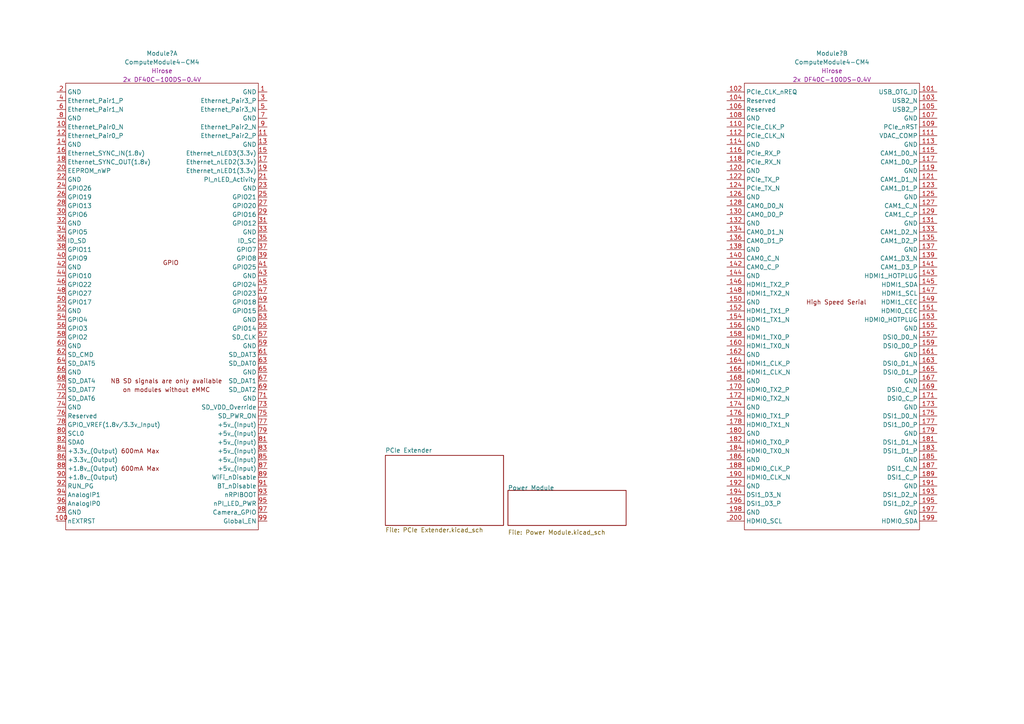
<source format=kicad_sch>
(kicad_sch (version 20211123) (generator eeschema)

  (uuid 9d99fb92-f764-4276-be81-befdf5e1ecf6)

  (paper "A4")

  (lib_symbols
    (symbol "CM4IO:ComputeModule4-CM4" (in_bom yes) (on_board yes)
      (property "Reference" "Module" (id 0) (at 113.03 -68.58 0)
        (effects (font (size 1.27 1.27)))
      )
      (property "Value" "ComputeModule4-CM4" (id 1) (at 140.97 2.54 0)
        (effects (font (size 1.27 1.27)))
      )
      (property "Footprint" "CM4IO:Raspberry-Pi-4-Compute-Module" (id 2) (at 142.24 -26.67 0)
        (effects (font (size 1.27 1.27)) hide)
      )
      (property "Datasheet" "" (id 3) (at 142.24 -26.67 0)
        (effects (font (size 1.27 1.27)) hide)
      )
      (property "Field4" "Hirose" (id 4) (at 0 0 0)
        (effects (font (size 1.27 1.27)))
      )
      (property "Field5" "2x DF40C-100DS-0.4V" (id 5) (at 0 -2.54 0)
        (effects (font (size 1.27 1.27)))
      )
      (symbol "ComputeModule4-CM4_1_0"
        (text "GPIO" (at 0 6.35 0)
          (effects (font (size 1.27 1.27)))
        )
      )
      (symbol "ComputeModule4-CM4_1_1"
        (rectangle (start -30.48 -71.12) (end 25.4 58.42)
          (stroke (width 0) (type default) (color 0 0 0 0))
          (fill (type none))
        )
        (text "600mA Max" (at -8.89 -53.34 0)
          (effects (font (size 1.27 1.27)))
        )
        (text "600mA Max" (at -8.89 -48.26 0)
          (effects (font (size 1.27 1.27)))
        )
        (text "NB SD signals are only available" (at -1.27 -27.94 0)
          (effects (font (size 1.27 1.27)))
        )
        (text "on modules without eMMC" (at -1.27 -30.48 0)
          (effects (font (size 1.27 1.27)))
        )
        (pin power_in line (at 27.94 55.88 180) (length 2.54)
          (name "GND" (effects (font (size 1.27 1.27))))
          (number "1" (effects (font (size 1.27 1.27))))
        )
        (pin passive line (at -33.02 45.72 0) (length 2.54)
          (name "Ethernet_Pair0_N" (effects (font (size 1.27 1.27))))
          (number "10" (effects (font (size 1.27 1.27))))
        )
        (pin output line (at -33.02 -68.58 0) (length 2.54)
          (name "nEXTRST" (effects (font (size 1.27 1.27))))
          (number "100" (effects (font (size 1.27 1.27))))
        )
        (pin passive line (at 27.94 43.18 180) (length 2.54)
          (name "Ethernet_Pair2_P" (effects (font (size 1.27 1.27))))
          (number "11" (effects (font (size 1.27 1.27))))
        )
        (pin passive line (at -33.02 43.18 0) (length 2.54)
          (name "Ethernet_Pair0_P" (effects (font (size 1.27 1.27))))
          (number "12" (effects (font (size 1.27 1.27))))
        )
        (pin power_in line (at 27.94 40.64 180) (length 2.54)
          (name "GND" (effects (font (size 1.27 1.27))))
          (number "13" (effects (font (size 1.27 1.27))))
        )
        (pin power_in line (at -33.02 40.64 0) (length 2.54)
          (name "GND" (effects (font (size 1.27 1.27))))
          (number "14" (effects (font (size 1.27 1.27))))
        )
        (pin output line (at 27.94 38.1 180) (length 2.54)
          (name "Ethernet_nLED3(3.3v)" (effects (font (size 1.27 1.27))))
          (number "15" (effects (font (size 1.27 1.27))))
        )
        (pin input line (at -33.02 38.1 0) (length 2.54)
          (name "Ethernet_SYNC_IN(1.8v)" (effects (font (size 1.27 1.27))))
          (number "16" (effects (font (size 1.27 1.27))))
        )
        (pin output line (at 27.94 35.56 180) (length 2.54)
          (name "Ethernet_nLED2(3.3v)" (effects (font (size 1.27 1.27))))
          (number "17" (effects (font (size 1.27 1.27))))
        )
        (pin input line (at -33.02 35.56 0) (length 2.54)
          (name "Ethernet_SYNC_OUT(1.8v)" (effects (font (size 1.27 1.27))))
          (number "18" (effects (font (size 1.27 1.27))))
        )
        (pin output line (at 27.94 33.02 180) (length 2.54)
          (name "Ethernet_nLED1(3.3v)" (effects (font (size 1.27 1.27))))
          (number "19" (effects (font (size 1.27 1.27))))
        )
        (pin power_in line (at -33.02 55.88 0) (length 2.54)
          (name "GND" (effects (font (size 1.27 1.27))))
          (number "2" (effects (font (size 1.27 1.27))))
        )
        (pin passive line (at -33.02 33.02 0) (length 2.54)
          (name "EEPROM_nWP" (effects (font (size 1.27 1.27))))
          (number "20" (effects (font (size 1.27 1.27))))
        )
        (pin open_collector line (at 27.94 30.48 180) (length 2.54)
          (name "PI_nLED_Activity" (effects (font (size 1.27 1.27))))
          (number "21" (effects (font (size 1.27 1.27))))
        )
        (pin power_in line (at -33.02 30.48 0) (length 2.54)
          (name "GND" (effects (font (size 1.27 1.27))))
          (number "22" (effects (font (size 1.27 1.27))))
        )
        (pin power_in line (at 27.94 27.94 180) (length 2.54)
          (name "GND" (effects (font (size 1.27 1.27))))
          (number "23" (effects (font (size 1.27 1.27))))
        )
        (pin passive line (at -33.02 27.94 0) (length 2.54)
          (name "GPIO26" (effects (font (size 1.27 1.27))))
          (number "24" (effects (font (size 1.27 1.27))))
        )
        (pin passive line (at 27.94 25.4 180) (length 2.54)
          (name "GPIO21" (effects (font (size 1.27 1.27))))
          (number "25" (effects (font (size 1.27 1.27))))
        )
        (pin passive line (at -33.02 25.4 0) (length 2.54)
          (name "GPIO19" (effects (font (size 1.27 1.27))))
          (number "26" (effects (font (size 1.27 1.27))))
        )
        (pin passive line (at 27.94 22.86 180) (length 2.54)
          (name "GPIO20" (effects (font (size 1.27 1.27))))
          (number "27" (effects (font (size 1.27 1.27))))
        )
        (pin passive line (at -33.02 22.86 0) (length 2.54)
          (name "GPIO13" (effects (font (size 1.27 1.27))))
          (number "28" (effects (font (size 1.27 1.27))))
        )
        (pin passive line (at 27.94 20.32 180) (length 2.54)
          (name "GPIO16" (effects (font (size 1.27 1.27))))
          (number "29" (effects (font (size 1.27 1.27))))
        )
        (pin passive line (at 27.94 53.34 180) (length 2.54)
          (name "Ethernet_Pair3_P" (effects (font (size 1.27 1.27))))
          (number "3" (effects (font (size 1.27 1.27))))
        )
        (pin passive line (at -33.02 20.32 0) (length 2.54)
          (name "GPIO6" (effects (font (size 1.27 1.27))))
          (number "30" (effects (font (size 1.27 1.27))))
        )
        (pin passive line (at 27.94 17.78 180) (length 2.54)
          (name "GPIO12" (effects (font (size 1.27 1.27))))
          (number "31" (effects (font (size 1.27 1.27))))
        )
        (pin power_in line (at -33.02 17.78 0) (length 2.54)
          (name "GND" (effects (font (size 1.27 1.27))))
          (number "32" (effects (font (size 1.27 1.27))))
        )
        (pin power_in line (at 27.94 15.24 180) (length 2.54)
          (name "GND" (effects (font (size 1.27 1.27))))
          (number "33" (effects (font (size 1.27 1.27))))
        )
        (pin passive line (at -33.02 15.24 0) (length 2.54)
          (name "GPIO5" (effects (font (size 1.27 1.27))))
          (number "34" (effects (font (size 1.27 1.27))))
        )
        (pin passive line (at 27.94 12.7 180) (length 2.54)
          (name "ID_SC" (effects (font (size 1.27 1.27))))
          (number "35" (effects (font (size 1.27 1.27))))
        )
        (pin passive line (at -33.02 12.7 0) (length 2.54)
          (name "ID_SD" (effects (font (size 1.27 1.27))))
          (number "36" (effects (font (size 1.27 1.27))))
        )
        (pin passive line (at 27.94 10.16 180) (length 2.54)
          (name "GPIO7" (effects (font (size 1.27 1.27))))
          (number "37" (effects (font (size 1.27 1.27))))
        )
        (pin passive line (at -33.02 10.16 0) (length 2.54)
          (name "GPIO11" (effects (font (size 1.27 1.27))))
          (number "38" (effects (font (size 1.27 1.27))))
        )
        (pin passive line (at 27.94 7.62 180) (length 2.54)
          (name "GPIO8" (effects (font (size 1.27 1.27))))
          (number "39" (effects (font (size 1.27 1.27))))
        )
        (pin passive line (at -33.02 53.34 0) (length 2.54)
          (name "Ethernet_Pair1_P" (effects (font (size 1.27 1.27))))
          (number "4" (effects (font (size 1.27 1.27))))
        )
        (pin passive line (at -33.02 7.62 0) (length 2.54)
          (name "GPIO9" (effects (font (size 1.27 1.27))))
          (number "40" (effects (font (size 1.27 1.27))))
        )
        (pin passive line (at 27.94 5.08 180) (length 2.54)
          (name "GPIO25" (effects (font (size 1.27 1.27))))
          (number "41" (effects (font (size 1.27 1.27))))
        )
        (pin power_in line (at -33.02 5.08 0) (length 2.54)
          (name "GND" (effects (font (size 1.27 1.27))))
          (number "42" (effects (font (size 1.27 1.27))))
        )
        (pin power_in line (at 27.94 2.54 180) (length 2.54)
          (name "GND" (effects (font (size 1.27 1.27))))
          (number "43" (effects (font (size 1.27 1.27))))
        )
        (pin passive line (at -33.02 2.54 0) (length 2.54)
          (name "GPIO10" (effects (font (size 1.27 1.27))))
          (number "44" (effects (font (size 1.27 1.27))))
        )
        (pin passive line (at 27.94 0 180) (length 2.54)
          (name "GPIO24" (effects (font (size 1.27 1.27))))
          (number "45" (effects (font (size 1.27 1.27))))
        )
        (pin passive line (at -33.02 0 0) (length 2.54)
          (name "GPIO22" (effects (font (size 1.27 1.27))))
          (number "46" (effects (font (size 1.27 1.27))))
        )
        (pin passive line (at 27.94 -2.54 180) (length 2.54)
          (name "GPIO23" (effects (font (size 1.27 1.27))))
          (number "47" (effects (font (size 1.27 1.27))))
        )
        (pin passive line (at -33.02 -2.54 0) (length 2.54)
          (name "GPIO27" (effects (font (size 1.27 1.27))))
          (number "48" (effects (font (size 1.27 1.27))))
        )
        (pin passive line (at 27.94 -5.08 180) (length 2.54)
          (name "GPIO18" (effects (font (size 1.27 1.27))))
          (number "49" (effects (font (size 1.27 1.27))))
        )
        (pin passive line (at 27.94 50.8 180) (length 2.54)
          (name "Ethernet_Pair3_N" (effects (font (size 1.27 1.27))))
          (number "5" (effects (font (size 1.27 1.27))))
        )
        (pin passive line (at -33.02 -5.08 0) (length 2.54)
          (name "GPIO17" (effects (font (size 1.27 1.27))))
          (number "50" (effects (font (size 1.27 1.27))))
        )
        (pin passive line (at 27.94 -7.62 180) (length 2.54)
          (name "GPIO15" (effects (font (size 1.27 1.27))))
          (number "51" (effects (font (size 1.27 1.27))))
        )
        (pin power_in line (at -33.02 -7.62 0) (length 2.54)
          (name "GND" (effects (font (size 1.27 1.27))))
          (number "52" (effects (font (size 1.27 1.27))))
        )
        (pin power_in line (at 27.94 -10.16 180) (length 2.54)
          (name "GND" (effects (font (size 1.27 1.27))))
          (number "53" (effects (font (size 1.27 1.27))))
        )
        (pin passive line (at -33.02 -10.16 0) (length 2.54)
          (name "GPIO4" (effects (font (size 1.27 1.27))))
          (number "54" (effects (font (size 1.27 1.27))))
        )
        (pin passive line (at 27.94 -12.7 180) (length 2.54)
          (name "GPIO14" (effects (font (size 1.27 1.27))))
          (number "55" (effects (font (size 1.27 1.27))))
        )
        (pin passive line (at -33.02 -12.7 0) (length 2.54)
          (name "GPIO3" (effects (font (size 1.27 1.27))))
          (number "56" (effects (font (size 1.27 1.27))))
        )
        (pin passive line (at 27.94 -15.24 180) (length 2.54)
          (name "SD_CLK" (effects (font (size 1.27 1.27))))
          (number "57" (effects (font (size 1.27 1.27))))
        )
        (pin passive line (at -33.02 -15.24 0) (length 2.54)
          (name "GPIO2" (effects (font (size 1.27 1.27))))
          (number "58" (effects (font (size 1.27 1.27))))
        )
        (pin power_in line (at 27.94 -17.78 180) (length 2.54)
          (name "GND" (effects (font (size 1.27 1.27))))
          (number "59" (effects (font (size 1.27 1.27))))
        )
        (pin passive line (at -33.02 50.8 0) (length 2.54)
          (name "Ethernet_Pair1_N" (effects (font (size 1.27 1.27))))
          (number "6" (effects (font (size 1.27 1.27))))
        )
        (pin power_in line (at -33.02 -17.78 0) (length 2.54)
          (name "GND" (effects (font (size 1.27 1.27))))
          (number "60" (effects (font (size 1.27 1.27))))
        )
        (pin passive line (at 27.94 -20.32 180) (length 2.54)
          (name "SD_DAT3" (effects (font (size 1.27 1.27))))
          (number "61" (effects (font (size 1.27 1.27))))
        )
        (pin passive line (at -33.02 -20.32 0) (length 2.54)
          (name "SD_CMD" (effects (font (size 1.27 1.27))))
          (number "62" (effects (font (size 1.27 1.27))))
        )
        (pin passive line (at 27.94 -22.86 180) (length 2.54)
          (name "SD_DAT0" (effects (font (size 1.27 1.27))))
          (number "63" (effects (font (size 1.27 1.27))))
        )
        (pin passive line (at -33.02 -22.86 0) (length 2.54)
          (name "SD_DAT5" (effects (font (size 1.27 1.27))))
          (number "64" (effects (font (size 1.27 1.27))))
        )
        (pin power_in line (at 27.94 -25.4 180) (length 2.54)
          (name "GND" (effects (font (size 1.27 1.27))))
          (number "65" (effects (font (size 1.27 1.27))))
        )
        (pin power_in line (at -33.02 -25.4 0) (length 2.54)
          (name "GND" (effects (font (size 1.27 1.27))))
          (number "66" (effects (font (size 1.27 1.27))))
        )
        (pin passive line (at 27.94 -27.94 180) (length 2.54)
          (name "SD_DAT1" (effects (font (size 1.27 1.27))))
          (number "67" (effects (font (size 1.27 1.27))))
        )
        (pin passive line (at -33.02 -27.94 0) (length 2.54)
          (name "SD_DAT4" (effects (font (size 1.27 1.27))))
          (number "68" (effects (font (size 1.27 1.27))))
        )
        (pin passive line (at 27.94 -30.48 180) (length 2.54)
          (name "SD_DAT2" (effects (font (size 1.27 1.27))))
          (number "69" (effects (font (size 1.27 1.27))))
        )
        (pin power_in line (at 27.94 48.26 180) (length 2.54)
          (name "GND" (effects (font (size 1.27 1.27))))
          (number "7" (effects (font (size 1.27 1.27))))
        )
        (pin passive line (at -33.02 -30.48 0) (length 2.54)
          (name "SD_DAT7" (effects (font (size 1.27 1.27))))
          (number "70" (effects (font (size 1.27 1.27))))
        )
        (pin power_in line (at 27.94 -33.02 180) (length 2.54)
          (name "GND" (effects (font (size 1.27 1.27))))
          (number "71" (effects (font (size 1.27 1.27))))
        )
        (pin passive line (at -33.02 -33.02 0) (length 2.54)
          (name "SD_DAT6" (effects (font (size 1.27 1.27))))
          (number "72" (effects (font (size 1.27 1.27))))
        )
        (pin input line (at 27.94 -35.56 180) (length 2.54)
          (name "SD_VDD_Override" (effects (font (size 1.27 1.27))))
          (number "73" (effects (font (size 1.27 1.27))))
        )
        (pin power_in line (at -33.02 -35.56 0) (length 2.54)
          (name "GND" (effects (font (size 1.27 1.27))))
          (number "74" (effects (font (size 1.27 1.27))))
        )
        (pin output line (at 27.94 -38.1 180) (length 2.54)
          (name "SD_PWR_ON" (effects (font (size 1.27 1.27))))
          (number "75" (effects (font (size 1.27 1.27))))
        )
        (pin passive line (at -33.02 -38.1 0) (length 2.54)
          (name "Reserved" (effects (font (size 1.27 1.27))))
          (number "76" (effects (font (size 1.27 1.27))))
        )
        (pin power_in line (at 27.94 -40.64 180) (length 2.54)
          (name "+5v_(Input)" (effects (font (size 1.27 1.27))))
          (number "77" (effects (font (size 1.27 1.27))))
        )
        (pin power_in line (at -33.02 -40.64 0) (length 2.54)
          (name "GPIO_VREF(1.8v/3.3v_Input)" (effects (font (size 1.27 1.27))))
          (number "78" (effects (font (size 1.27 1.27))))
        )
        (pin power_in line (at 27.94 -43.18 180) (length 2.54)
          (name "+5v_(Input)" (effects (font (size 1.27 1.27))))
          (number "79" (effects (font (size 1.27 1.27))))
        )
        (pin power_in line (at -33.02 48.26 0) (length 2.54)
          (name "GND" (effects (font (size 1.27 1.27))))
          (number "8" (effects (font (size 1.27 1.27))))
        )
        (pin passive line (at -33.02 -43.18 0) (length 2.54)
          (name "SCL0" (effects (font (size 1.27 1.27))))
          (number "80" (effects (font (size 1.27 1.27))))
        )
        (pin power_in line (at 27.94 -45.72 180) (length 2.54)
          (name "+5v_(Input)" (effects (font (size 1.27 1.27))))
          (number "81" (effects (font (size 1.27 1.27))))
        )
        (pin passive line (at -33.02 -45.72 0) (length 2.54)
          (name "SDA0" (effects (font (size 1.27 1.27))))
          (number "82" (effects (font (size 1.27 1.27))))
        )
        (pin power_in line (at 27.94 -48.26 180) (length 2.54)
          (name "+5v_(Input)" (effects (font (size 1.27 1.27))))
          (number "83" (effects (font (size 1.27 1.27))))
        )
        (pin power_out line (at -33.02 -48.26 0) (length 2.54)
          (name "+3.3v_(Output)" (effects (font (size 1.27 1.27))))
          (number "84" (effects (font (size 1.27 1.27))))
        )
        (pin power_in line (at 27.94 -50.8 180) (length 2.54)
          (name "+5v_(Input)" (effects (font (size 1.27 1.27))))
          (number "85" (effects (font (size 1.27 1.27))))
        )
        (pin power_out line (at -33.02 -50.8 0) (length 2.54)
          (name "+3.3v_(Output)" (effects (font (size 1.27 1.27))))
          (number "86" (effects (font (size 1.27 1.27))))
        )
        (pin power_in line (at 27.94 -53.34 180) (length 2.54)
          (name "+5v_(Input)" (effects (font (size 1.27 1.27))))
          (number "87" (effects (font (size 1.27 1.27))))
        )
        (pin power_out line (at -33.02 -53.34 0) (length 2.54)
          (name "+1.8v_(Output)" (effects (font (size 1.27 1.27))))
          (number "88" (effects (font (size 1.27 1.27))))
        )
        (pin power_in line (at 27.94 -55.88 180) (length 2.54)
          (name "WiFi_nDisable" (effects (font (size 1.27 1.27))))
          (number "89" (effects (font (size 1.27 1.27))))
        )
        (pin passive line (at 27.94 45.72 180) (length 2.54)
          (name "Ethernet_Pair2_N" (effects (font (size 1.27 1.27))))
          (number "9" (effects (font (size 1.27 1.27))))
        )
        (pin power_out line (at -33.02 -55.88 0) (length 2.54)
          (name "+1.8v_(Output)" (effects (font (size 1.27 1.27))))
          (number "90" (effects (font (size 1.27 1.27))))
        )
        (pin power_in line (at 27.94 -58.42 180) (length 2.54)
          (name "BT_nDisable" (effects (font (size 1.27 1.27))))
          (number "91" (effects (font (size 1.27 1.27))))
        )
        (pin passive line (at -33.02 -58.42 0) (length 2.54)
          (name "RUN_PG" (effects (font (size 1.27 1.27))))
          (number "92" (effects (font (size 1.27 1.27))))
        )
        (pin input line (at 27.94 -60.96 180) (length 2.54)
          (name "nRPIBOOT" (effects (font (size 1.27 1.27))))
          (number "93" (effects (font (size 1.27 1.27))))
        )
        (pin passive line (at -33.02 -60.96 0) (length 2.54)
          (name "AnalogIP1" (effects (font (size 1.27 1.27))))
          (number "94" (effects (font (size 1.27 1.27))))
        )
        (pin output line (at 27.94 -63.5 180) (length 2.54)
          (name "nPI_LED_PWR" (effects (font (size 1.27 1.27))))
          (number "95" (effects (font (size 1.27 1.27))))
        )
        (pin passive line (at -33.02 -63.5 0) (length 2.54)
          (name "AnalogIP0" (effects (font (size 1.27 1.27))))
          (number "96" (effects (font (size 1.27 1.27))))
        )
        (pin passive line (at 27.94 -66.04 180) (length 2.54)
          (name "Camera_GPIO" (effects (font (size 1.27 1.27))))
          (number "97" (effects (font (size 1.27 1.27))))
        )
        (pin power_in line (at -33.02 -66.04 0) (length 2.54)
          (name "GND" (effects (font (size 1.27 1.27))))
          (number "98" (effects (font (size 1.27 1.27))))
        )
        (pin input line (at 27.94 -68.58 180) (length 2.54)
          (name "Global_EN" (effects (font (size 1.27 1.27))))
          (number "99" (effects (font (size 1.27 1.27))))
        )
      )
      (symbol "ComputeModule4-CM4_2_1"
        (rectangle (start 114.3 -66.04) (end 165.1 63.5)
          (stroke (width 0) (type default) (color 0 0 0 0))
          (fill (type none))
        )
        (text "High Speed Serial" (at 140.97 0 0)
          (effects (font (size 1.27 1.27)))
        )
        (pin input line (at 170.18 60.96 180) (length 5.08)
          (name "USB_OTG_ID" (effects (font (size 1.27 1.27))))
          (number "101" (effects (font (size 1.27 1.27))))
        )
        (pin input line (at 109.22 60.96 0) (length 5.08)
          (name "PCIe_CLK_nREQ" (effects (font (size 1.27 1.27))))
          (number "102" (effects (font (size 1.27 1.27))))
        )
        (pin passive line (at 170.18 58.42 180) (length 5.08)
          (name "USB2_N" (effects (font (size 1.27 1.27))))
          (number "103" (effects (font (size 1.27 1.27))))
        )
        (pin passive line (at 109.22 58.42 0) (length 5.08)
          (name "Reserved" (effects (font (size 1.27 1.27))))
          (number "104" (effects (font (size 1.27 1.27))))
        )
        (pin passive line (at 170.18 55.88 180) (length 5.08)
          (name "USB2_P" (effects (font (size 1.27 1.27))))
          (number "105" (effects (font (size 1.27 1.27))))
        )
        (pin passive line (at 109.22 55.88 0) (length 5.08)
          (name "Reserved" (effects (font (size 1.27 1.27))))
          (number "106" (effects (font (size 1.27 1.27))))
        )
        (pin power_in line (at 170.18 53.34 180) (length 5.08)
          (name "GND" (effects (font (size 1.27 1.27))))
          (number "107" (effects (font (size 1.27 1.27))))
        )
        (pin power_in line (at 109.22 53.34 0) (length 5.08)
          (name "GND" (effects (font (size 1.27 1.27))))
          (number "108" (effects (font (size 1.27 1.27))))
        )
        (pin bidirectional line (at 170.18 50.8 180) (length 5.08)
          (name "PCIe_nRST" (effects (font (size 1.27 1.27))))
          (number "109" (effects (font (size 1.27 1.27))))
        )
        (pin output line (at 109.22 50.8 0) (length 5.08)
          (name "PCIe_CLK_P" (effects (font (size 1.27 1.27))))
          (number "110" (effects (font (size 1.27 1.27))))
        )
        (pin passive line (at 170.18 48.26 180) (length 5.08)
          (name "VDAC_COMP" (effects (font (size 1.27 1.27))))
          (number "111" (effects (font (size 1.27 1.27))))
        )
        (pin output line (at 109.22 48.26 0) (length 5.08)
          (name "PCIe_CLK_N" (effects (font (size 1.27 1.27))))
          (number "112" (effects (font (size 1.27 1.27))))
        )
        (pin power_in line (at 170.18 45.72 180) (length 5.08)
          (name "GND" (effects (font (size 1.27 1.27))))
          (number "113" (effects (font (size 1.27 1.27))))
        )
        (pin power_in line (at 109.22 45.72 0) (length 5.08)
          (name "GND" (effects (font (size 1.27 1.27))))
          (number "114" (effects (font (size 1.27 1.27))))
        )
        (pin input line (at 170.18 43.18 180) (length 5.08)
          (name "CAM1_D0_N" (effects (font (size 1.27 1.27))))
          (number "115" (effects (font (size 1.27 1.27))))
        )
        (pin input line (at 109.22 43.18 0) (length 5.08)
          (name "PCIe_RX_P" (effects (font (size 1.27 1.27))))
          (number "116" (effects (font (size 1.27 1.27))))
        )
        (pin input line (at 170.18 40.64 180) (length 5.08)
          (name "CAM1_D0_P" (effects (font (size 1.27 1.27))))
          (number "117" (effects (font (size 1.27 1.27))))
        )
        (pin input line (at 109.22 40.64 0) (length 5.08)
          (name "PCIe_RX_N" (effects (font (size 1.27 1.27))))
          (number "118" (effects (font (size 1.27 1.27))))
        )
        (pin power_in line (at 170.18 38.1 180) (length 5.08)
          (name "GND" (effects (font (size 1.27 1.27))))
          (number "119" (effects (font (size 1.27 1.27))))
        )
        (pin power_in line (at 109.22 38.1 0) (length 5.08)
          (name "GND" (effects (font (size 1.27 1.27))))
          (number "120" (effects (font (size 1.27 1.27))))
        )
        (pin input line (at 170.18 35.56 180) (length 5.08)
          (name "CAM1_D1_N" (effects (font (size 1.27 1.27))))
          (number "121" (effects (font (size 1.27 1.27))))
        )
        (pin output line (at 109.22 35.56 0) (length 5.08)
          (name "PCIe_TX_P" (effects (font (size 1.27 1.27))))
          (number "122" (effects (font (size 1.27 1.27))))
        )
        (pin input line (at 170.18 33.02 180) (length 5.08)
          (name "CAM1_D1_P" (effects (font (size 1.27 1.27))))
          (number "123" (effects (font (size 1.27 1.27))))
        )
        (pin output line (at 109.22 33.02 0) (length 5.08)
          (name "PCIe_TX_N" (effects (font (size 1.27 1.27))))
          (number "124" (effects (font (size 1.27 1.27))))
        )
        (pin power_in line (at 170.18 30.48 180) (length 5.08)
          (name "GND" (effects (font (size 1.27 1.27))))
          (number "125" (effects (font (size 1.27 1.27))))
        )
        (pin power_in line (at 109.22 30.48 0) (length 5.08)
          (name "GND" (effects (font (size 1.27 1.27))))
          (number "126" (effects (font (size 1.27 1.27))))
        )
        (pin input line (at 170.18 27.94 180) (length 5.08)
          (name "CAM1_C_N" (effects (font (size 1.27 1.27))))
          (number "127" (effects (font (size 1.27 1.27))))
        )
        (pin input line (at 109.22 27.94 0) (length 5.08)
          (name "CAM0_D0_N" (effects (font (size 1.27 1.27))))
          (number "128" (effects (font (size 1.27 1.27))))
        )
        (pin input line (at 170.18 25.4 180) (length 5.08)
          (name "CAM1_C_P" (effects (font (size 1.27 1.27))))
          (number "129" (effects (font (size 1.27 1.27))))
        )
        (pin input line (at 109.22 25.4 0) (length 5.08)
          (name "CAM0_D0_P" (effects (font (size 1.27 1.27))))
          (number "130" (effects (font (size 1.27 1.27))))
        )
        (pin power_in line (at 170.18 22.86 180) (length 5.08)
          (name "GND" (effects (font (size 1.27 1.27))))
          (number "131" (effects (font (size 1.27 1.27))))
        )
        (pin power_in line (at 109.22 22.86 0) (length 5.08)
          (name "GND" (effects (font (size 1.27 1.27))))
          (number "132" (effects (font (size 1.27 1.27))))
        )
        (pin input line (at 170.18 20.32 180) (length 5.08)
          (name "CAM1_D2_N" (effects (font (size 1.27 1.27))))
          (number "133" (effects (font (size 1.27 1.27))))
        )
        (pin input line (at 109.22 20.32 0) (length 5.08)
          (name "CAM0_D1_N" (effects (font (size 1.27 1.27))))
          (number "134" (effects (font (size 1.27 1.27))))
        )
        (pin input line (at 170.18 17.78 180) (length 5.08)
          (name "CAM1_D2_P" (effects (font (size 1.27 1.27))))
          (number "135" (effects (font (size 1.27 1.27))))
        )
        (pin input line (at 109.22 17.78 0) (length 5.08)
          (name "CAM0_D1_P" (effects (font (size 1.27 1.27))))
          (number "136" (effects (font (size 1.27 1.27))))
        )
        (pin power_in line (at 170.18 15.24 180) (length 5.08)
          (name "GND" (effects (font (size 1.27 1.27))))
          (number "137" (effects (font (size 1.27 1.27))))
        )
        (pin power_in line (at 109.22 15.24 0) (length 5.08)
          (name "GND" (effects (font (size 1.27 1.27))))
          (number "138" (effects (font (size 1.27 1.27))))
        )
        (pin input line (at 170.18 12.7 180) (length 5.08)
          (name "CAM1_D3_N" (effects (font (size 1.27 1.27))))
          (number "139" (effects (font (size 1.27 1.27))))
        )
        (pin input line (at 109.22 12.7 0) (length 5.08)
          (name "CAM0_C_N" (effects (font (size 1.27 1.27))))
          (number "140" (effects (font (size 1.27 1.27))))
        )
        (pin input line (at 170.18 10.16 180) (length 5.08)
          (name "CAM1_D3_P" (effects (font (size 1.27 1.27))))
          (number "141" (effects (font (size 1.27 1.27))))
        )
        (pin input line (at 109.22 10.16 0) (length 5.08)
          (name "CAM0_C_P" (effects (font (size 1.27 1.27))))
          (number "142" (effects (font (size 1.27 1.27))))
        )
        (pin input line (at 170.18 7.62 180) (length 5.08)
          (name "HDMI1_HOTPLUG" (effects (font (size 1.27 1.27))))
          (number "143" (effects (font (size 1.27 1.27))))
        )
        (pin power_in line (at 109.22 7.62 0) (length 5.08)
          (name "GND" (effects (font (size 1.27 1.27))))
          (number "144" (effects (font (size 1.27 1.27))))
        )
        (pin bidirectional line (at 170.18 5.08 180) (length 5.08)
          (name "HDMI1_SDA" (effects (font (size 1.27 1.27))))
          (number "145" (effects (font (size 1.27 1.27))))
        )
        (pin output line (at 109.22 5.08 0) (length 5.08)
          (name "HDMI1_TX2_P" (effects (font (size 1.27 1.27))))
          (number "146" (effects (font (size 1.27 1.27))))
        )
        (pin open_collector line (at 170.18 2.54 180) (length 5.08)
          (name "HDMI1_SCL" (effects (font (size 1.27 1.27))))
          (number "147" (effects (font (size 1.27 1.27))))
        )
        (pin output line (at 109.22 2.54 0) (length 5.08)
          (name "HDMI1_TX2_N" (effects (font (size 1.27 1.27))))
          (number "148" (effects (font (size 1.27 1.27))))
        )
        (pin open_collector line (at 170.18 0 180) (length 5.08)
          (name "HDMI1_CEC" (effects (font (size 1.27 1.27))))
          (number "149" (effects (font (size 1.27 1.27))))
        )
        (pin power_in line (at 109.22 0 0) (length 5.08)
          (name "GND" (effects (font (size 1.27 1.27))))
          (number "150" (effects (font (size 1.27 1.27))))
        )
        (pin open_collector line (at 170.18 -2.54 180) (length 5.08)
          (name "HDMI0_CEC" (effects (font (size 1.27 1.27))))
          (number "151" (effects (font (size 1.27 1.27))))
        )
        (pin output line (at 109.22 -2.54 0) (length 5.08)
          (name "HDMI1_TX1_P" (effects (font (size 1.27 1.27))))
          (number "152" (effects (font (size 1.27 1.27))))
        )
        (pin input line (at 170.18 -5.08 180) (length 5.08)
          (name "HDMI0_HOTPLUG" (effects (font (size 1.27 1.27))))
          (number "153" (effects (font (size 1.27 1.27))))
        )
        (pin output line (at 109.22 -5.08 0) (length 5.08)
          (name "HDMI1_TX1_N" (effects (font (size 1.27 1.27))))
          (number "154" (effects (font (size 1.27 1.27))))
        )
        (pin power_in line (at 170.18 -7.62 180) (length 5.08)
          (name "GND" (effects (font (size 1.27 1.27))))
          (number "155" (effects (font (size 1.27 1.27))))
        )
        (pin power_in line (at 109.22 -7.62 0) (length 5.08)
          (name "GND" (effects (font (size 1.27 1.27))))
          (number "156" (effects (font (size 1.27 1.27))))
        )
        (pin output line (at 170.18 -10.16 180) (length 5.08)
          (name "DSI0_D0_N" (effects (font (size 1.27 1.27))))
          (number "157" (effects (font (size 1.27 1.27))))
        )
        (pin output line (at 109.22 -10.16 0) (length 5.08)
          (name "HDMI1_TX0_P" (effects (font (size 1.27 1.27))))
          (number "158" (effects (font (size 1.27 1.27))))
        )
        (pin output line (at 170.18 -12.7 180) (length 5.08)
          (name "DSI0_D0_P" (effects (font (size 1.27 1.27))))
          (number "159" (effects (font (size 1.27 1.27))))
        )
        (pin output line (at 109.22 -12.7 0) (length 5.08)
          (name "HDMI1_TX0_N" (effects (font (size 1.27 1.27))))
          (number "160" (effects (font (size 1.27 1.27))))
        )
        (pin power_in line (at 170.18 -15.24 180) (length 5.08)
          (name "GND" (effects (font (size 1.27 1.27))))
          (number "161" (effects (font (size 1.27 1.27))))
        )
        (pin power_in line (at 109.22 -15.24 0) (length 5.08)
          (name "GND" (effects (font (size 1.27 1.27))))
          (number "162" (effects (font (size 1.27 1.27))))
        )
        (pin output line (at 170.18 -17.78 180) (length 5.08)
          (name "DSI0_D1_N" (effects (font (size 1.27 1.27))))
          (number "163" (effects (font (size 1.27 1.27))))
        )
        (pin output line (at 109.22 -17.78 0) (length 5.08)
          (name "HDMI1_CLK_P" (effects (font (size 1.27 1.27))))
          (number "164" (effects (font (size 1.27 1.27))))
        )
        (pin output line (at 170.18 -20.32 180) (length 5.08)
          (name "DSI0_D1_P" (effects (font (size 1.27 1.27))))
          (number "165" (effects (font (size 1.27 1.27))))
        )
        (pin output line (at 109.22 -20.32 0) (length 5.08)
          (name "HDMI1_CLK_N" (effects (font (size 1.27 1.27))))
          (number "166" (effects (font (size 1.27 1.27))))
        )
        (pin power_in line (at 170.18 -22.86 180) (length 5.08)
          (name "GND" (effects (font (size 1.27 1.27))))
          (number "167" (effects (font (size 1.27 1.27))))
        )
        (pin power_in line (at 109.22 -22.86 0) (length 5.08)
          (name "GND" (effects (font (size 1.27 1.27))))
          (number "168" (effects (font (size 1.27 1.27))))
        )
        (pin output line (at 170.18 -25.4 180) (length 5.08)
          (name "DSI0_C_N" (effects (font (size 1.27 1.27))))
          (number "169" (effects (font (size 1.27 1.27))))
        )
        (pin output line (at 109.22 -25.4 0) (length 5.08)
          (name "HDMI0_TX2_P" (effects (font (size 1.27 1.27))))
          (number "170" (effects (font (size 1.27 1.27))))
        )
        (pin output line (at 170.18 -27.94 180) (length 5.08)
          (name "DSI0_C_P" (effects (font (size 1.27 1.27))))
          (number "171" (effects (font (size 1.27 1.27))))
        )
        (pin output line (at 109.22 -27.94 0) (length 5.08)
          (name "HDMI0_TX2_N" (effects (font (size 1.27 1.27))))
          (number "172" (effects (font (size 1.27 1.27))))
        )
        (pin power_in line (at 170.18 -30.48 180) (length 5.08)
          (name "GND" (effects (font (size 1.27 1.27))))
          (number "173" (effects (font (size 1.27 1.27))))
        )
        (pin power_in line (at 109.22 -30.48 0) (length 5.08)
          (name "GND" (effects (font (size 1.27 1.27))))
          (number "174" (effects (font (size 1.27 1.27))))
        )
        (pin output line (at 170.18 -33.02 180) (length 5.08)
          (name "DSI1_D0_N" (effects (font (size 1.27 1.27))))
          (number "175" (effects (font (size 1.27 1.27))))
        )
        (pin output line (at 109.22 -33.02 0) (length 5.08)
          (name "HDMI0_TX1_P" (effects (font (size 1.27 1.27))))
          (number "176" (effects (font (size 1.27 1.27))))
        )
        (pin output line (at 170.18 -35.56 180) (length 5.08)
          (name "DSI1_D0_P" (effects (font (size 1.27 1.27))))
          (number "177" (effects (font (size 1.27 1.27))))
        )
        (pin output line (at 109.22 -35.56 0) (length 5.08)
          (name "HDMI0_TX1_N" (effects (font (size 1.27 1.27))))
          (number "178" (effects (font (size 1.27 1.27))))
        )
        (pin power_in line (at 170.18 -38.1 180) (length 5.08)
          (name "GND" (effects (font (size 1.27 1.27))))
          (number "179" (effects (font (size 1.27 1.27))))
        )
        (pin power_in line (at 109.22 -38.1 0) (length 5.08)
          (name "GND" (effects (font (size 1.27 1.27))))
          (number "180" (effects (font (size 1.27 1.27))))
        )
        (pin output line (at 170.18 -40.64 180) (length 5.08)
          (name "DSI1_D1_N" (effects (font (size 1.27 1.27))))
          (number "181" (effects (font (size 1.27 1.27))))
        )
        (pin output line (at 109.22 -40.64 0) (length 5.08)
          (name "HDMI0_TX0_P" (effects (font (size 1.27 1.27))))
          (number "182" (effects (font (size 1.27 1.27))))
        )
        (pin output line (at 170.18 -43.18 180) (length 5.08)
          (name "DSI1_D1_P" (effects (font (size 1.27 1.27))))
          (number "183" (effects (font (size 1.27 1.27))))
        )
        (pin output line (at 109.22 -43.18 0) (length 5.08)
          (name "HDMI0_TX0_N" (effects (font (size 1.27 1.27))))
          (number "184" (effects (font (size 1.27 1.27))))
        )
        (pin power_in line (at 170.18 -45.72 180) (length 5.08)
          (name "GND" (effects (font (size 1.27 1.27))))
          (number "185" (effects (font (size 1.27 1.27))))
        )
        (pin power_in line (at 109.22 -45.72 0) (length 5.08)
          (name "GND" (effects (font (size 1.27 1.27))))
          (number "186" (effects (font (size 1.27 1.27))))
        )
        (pin output line (at 170.18 -48.26 180) (length 5.08)
          (name "DSI1_C_N" (effects (font (size 1.27 1.27))))
          (number "187" (effects (font (size 1.27 1.27))))
        )
        (pin output line (at 109.22 -48.26 0) (length 5.08)
          (name "HDMI0_CLK_P" (effects (font (size 1.27 1.27))))
          (number "188" (effects (font (size 1.27 1.27))))
        )
        (pin output line (at 170.18 -50.8 180) (length 5.08)
          (name "DSI1_C_P" (effects (font (size 1.27 1.27))))
          (number "189" (effects (font (size 1.27 1.27))))
        )
        (pin output line (at 109.22 -50.8 0) (length 5.08)
          (name "HDMI0_CLK_N" (effects (font (size 1.27 1.27))))
          (number "190" (effects (font (size 1.27 1.27))))
        )
        (pin power_in line (at 170.18 -53.34 180) (length 5.08)
          (name "GND" (effects (font (size 1.27 1.27))))
          (number "191" (effects (font (size 1.27 1.27))))
        )
        (pin power_in line (at 109.22 -53.34 0) (length 5.08)
          (name "GND" (effects (font (size 1.27 1.27))))
          (number "192" (effects (font (size 1.27 1.27))))
        )
        (pin output line (at 170.18 -55.88 180) (length 5.08)
          (name "DSI1_D2_N" (effects (font (size 1.27 1.27))))
          (number "193" (effects (font (size 1.27 1.27))))
        )
        (pin output line (at 109.22 -55.88 0) (length 5.08)
          (name "DSI1_D3_N" (effects (font (size 1.27 1.27))))
          (number "194" (effects (font (size 1.27 1.27))))
        )
        (pin output line (at 170.18 -58.42 180) (length 5.08)
          (name "DSI1_D2_P" (effects (font (size 1.27 1.27))))
          (number "195" (effects (font (size 1.27 1.27))))
        )
        (pin output line (at 109.22 -58.42 0) (length 5.08)
          (name "DSI1_D3_P" (effects (font (size 1.27 1.27))))
          (number "196" (effects (font (size 1.27 1.27))))
        )
        (pin power_in line (at 170.18 -60.96 180) (length 5.08)
          (name "GND" (effects (font (size 1.27 1.27))))
          (number "197" (effects (font (size 1.27 1.27))))
        )
        (pin power_in line (at 109.22 -60.96 0) (length 5.08)
          (name "GND" (effects (font (size 1.27 1.27))))
          (number "198" (effects (font (size 1.27 1.27))))
        )
        (pin bidirectional line (at 170.18 -63.5 180) (length 5.08)
          (name "HDMI0_SDA" (effects (font (size 1.27 1.27))))
          (number "199" (effects (font (size 1.27 1.27))))
        )
        (pin open_collector line (at 109.22 -63.5 0) (length 5.08)
          (name "HDMI0_SCL" (effects (font (size 1.27 1.27))))
          (number "200" (effects (font (size 1.27 1.27))))
        )
      )
    )
  )


  (symbol (lib_id "CM4IO:ComputeModule4-CM4") (at 101.6 87.63 0) (unit 2)
    (in_bom yes) (on_board yes) (fields_autoplaced)
    (uuid 4a616548-61d9-4c57-b6b1-5dce68151231)
    (property "Reference" "Module?" (id 0) (at 241.3 15.4834 0))
    (property "Value" "ComputeModule4-CM4" (id 1) (at 241.3 18.0203 0))
    (property "Footprint" "CM4IO:Raspberry-Pi-4-Compute-Module" (id 2) (at 243.84 114.3 0)
      (effects (font (size 1.27 1.27)) hide)
    )
    (property "Datasheet" "" (id 3) (at 243.84 114.3 0)
      (effects (font (size 1.27 1.27)) hide)
    )
    (property "Field4" "Hirose" (id 4) (at 241.3 20.5572 0))
    (property "Field5" "2x DF40C-100DS-0.4V" (id 5) (at 241.3 23.0941 0))
    (pin "1" (uuid a6419dbe-4bf9-4fd8-adb7-f5f7ce4a215d))
    (pin "10" (uuid 64c450dc-eb93-45b2-bf4f-6f5e8b725484))
    (pin "100" (uuid 512cd82d-6dad-424b-9be7-2be105b5a924))
    (pin "11" (uuid a1bf99e3-eb69-4ad4-a34c-4a1af77c2083))
    (pin "12" (uuid d26a3110-4b83-4e0a-9c2f-f6d0d80211c8))
    (pin "13" (uuid f8750c4a-9772-4722-b6bf-d12fa95a379a))
    (pin "14" (uuid 0a07c95a-8e5f-4246-9259-8158945da692))
    (pin "15" (uuid 2da31cc6-f730-492e-84bf-45dd88aaf476))
    (pin "16" (uuid 29b7ee76-ab13-49ab-aef9-0cf9b79bc960))
    (pin "17" (uuid ac842f1b-dd23-4683-9d76-758ad7f52ddd))
    (pin "18" (uuid e54c53dd-2796-4a6c-9090-a013fccc8e22))
    (pin "19" (uuid e114955d-2dcc-4036-81ba-9f74f1ec5050))
    (pin "2" (uuid 8969050f-621d-4abd-8c49-bc8c17b81ff6))
    (pin "20" (uuid dbfaa900-fa91-4156-bd30-cd9f7754e92c))
    (pin "21" (uuid 43dde979-7f51-4a4f-a23b-4ce4b606b90f))
    (pin "22" (uuid 4e674ec5-e11d-4c89-b5bb-f9ba110f7cb6))
    (pin "23" (uuid ee9b7d73-acee-4cfe-bf9f-4703b664a1a5))
    (pin "24" (uuid e25ab69b-0a7d-4809-b76c-ca0dc9d545fa))
    (pin "25" (uuid 02ab6a73-9c0f-496b-9a4b-24862eb2af91))
    (pin "26" (uuid 50267068-6eec-4756-a965-3ed18388f1b5))
    (pin "27" (uuid 59113495-7a5b-4602-8c31-2f37417d687b))
    (pin "28" (uuid 40e85ac4-90e0-4587-8ebd-e0beeaf6a3e9))
    (pin "29" (uuid d540935e-4d3c-4625-8f33-265bb7ee1c3b))
    (pin "3" (uuid 3fb2f4b5-4983-4cf2-a85a-71f3e0b3ae3d))
    (pin "30" (uuid 0bad8f85-c903-47bf-b3dc-59e0cb6ece4c))
    (pin "31" (uuid b503581f-434b-427c-8527-ba49f0ef079e))
    (pin "32" (uuid 551c5e3a-e2ee-427e-b2cd-e017504c7445))
    (pin "33" (uuid 9d55f9e9-c0b9-417e-b302-a895d98609f8))
    (pin "34" (uuid 9c0652db-c1f4-4ec3-acb9-f8df695c928c))
    (pin "35" (uuid 330ccb38-1f17-4492-8e0e-eabc6b5643fc))
    (pin "36" (uuid 21afb736-9256-40fb-9f08-fc352210c680))
    (pin "37" (uuid 243a1867-fe82-4adb-bbdf-aa1998d0faae))
    (pin "38" (uuid 3f82324e-4f7f-40b0-85b9-9f2e0b95629e))
    (pin "39" (uuid 6a407070-e459-48ca-9ad5-0c25a0e135b8))
    (pin "4" (uuid e6a47ba6-220a-41c0-8fe8-f973e64e4ae2))
    (pin "40" (uuid 093898db-0d59-4d23-b8f8-55b3640733e8))
    (pin "41" (uuid 81b169d9-0ce5-4e18-ad41-c524680ed7d3))
    (pin "42" (uuid 1adf1e96-d69d-495d-b0dc-28c87d1832ae))
    (pin "43" (uuid fc105408-2cda-4718-baa0-4e5cb06694d7))
    (pin "44" (uuid 3083f4e9-d907-49b5-8190-e1e7aa43a6d3))
    (pin "45" (uuid 9569be42-0bb7-4ed2-bb65-d9a4357a640e))
    (pin "46" (uuid 7f2dd28d-81ef-4cd5-bf37-88747c8d89c2))
    (pin "47" (uuid cefe2c23-bd70-4f30-b4d3-36cbc35f9542))
    (pin "48" (uuid 0365fec7-aed0-4d1f-80bb-bd77e493614a))
    (pin "49" (uuid 2e62fa54-598f-485d-92fb-8fed3f0a3315))
    (pin "5" (uuid 3c448806-a106-49f0-bc94-e0eae7022208))
    (pin "50" (uuid a6f0f3cf-f339-49f8-9c25-d803ebb1cb01))
    (pin "51" (uuid 3b18b9d4-8723-4512-8d64-0de521fa0ae6))
    (pin "52" (uuid 7009ceec-d79b-495d-95a2-8df389206421))
    (pin "53" (uuid b3669a89-08a1-4ee9-b79c-6d215e7f3b18))
    (pin "54" (uuid c48adfd4-4541-4595-a231-82daed3ebef3))
    (pin "55" (uuid 6432b7ae-05b9-4bbf-9e4d-530b8e6e45f4))
    (pin "56" (uuid 43a04876-2cb6-4a07-a87e-be5f5b2a5fde))
    (pin "57" (uuid 2609509f-e603-41a6-aecd-2658af471172))
    (pin "58" (uuid d717b112-3347-4281-85d7-6f4498bc03c1))
    (pin "59" (uuid fd818c06-c8a9-42af-a017-46ca0e3c4c04))
    (pin "6" (uuid 27330ded-98e7-4b13-9acf-6ef6830e6bbb))
    (pin "60" (uuid 0ee1058d-d6bc-43c3-aa4f-dc3b23fea16d))
    (pin "61" (uuid d5347080-e5c4-45c8-a9e7-56dcfd6221b9))
    (pin "62" (uuid 78e39430-e7f7-4367-9adc-8471620c179a))
    (pin "63" (uuid e3b9a03d-b885-4a7b-a550-bfb8b1683700))
    (pin "64" (uuid a77432b4-abdb-48fc-a4ec-3aeb76f42f24))
    (pin "65" (uuid 20c97a38-a16d-45e9-908c-924ba93402a9))
    (pin "66" (uuid 81ba8178-356e-4a81-bafe-543b3d0026fb))
    (pin "67" (uuid b4f062e8-7c7c-40c2-a6ad-5c6efe84e6c4))
    (pin "68" (uuid 8288651d-adc5-4a29-8967-ee6742f9b6eb))
    (pin "69" (uuid 55e3687e-2c65-486c-9c8f-0a7311728048))
    (pin "7" (uuid 51e7b6d5-9b71-483f-801d-9958cf095f33))
    (pin "70" (uuid f7efcedb-0ab5-482c-8ad4-6403e80f8ddc))
    (pin "71" (uuid 192c1d2e-8399-4582-a7ed-f2b1605a968f))
    (pin "72" (uuid 8e62fc4d-3461-411f-9ae0-12b2bb1c6510))
    (pin "73" (uuid 84eaa9b4-7f0a-44dc-a14f-3efc881794f3))
    (pin "74" (uuid c6d17ffe-4913-435f-b15c-20845caeb94a))
    (pin "75" (uuid c4d697a3-0f62-4b2e-9769-8bf67edd7b75))
    (pin "76" (uuid ba81e043-0d28-4057-9d2c-057ce6ec3b37))
    (pin "77" (uuid ef390c8b-da14-4dd6-a29f-6f7c5a6cc4de))
    (pin "78" (uuid 108b70f0-2a2e-48e0-87d7-b33bb337ab3d))
    (pin "79" (uuid b8f92bb1-e68e-4947-be70-d29e905c5b74))
    (pin "8" (uuid ee882f04-24e7-498c-afa4-ee0c9e71a1e6))
    (pin "80" (uuid cdaf18eb-0dd6-4d40-9cda-15ef4582a343))
    (pin "81" (uuid 0cf762cc-6530-40fc-a8e4-f102f10dacc3))
    (pin "82" (uuid ab1793a3-d3b3-4895-bd85-44e7d40ac2e1))
    (pin "83" (uuid a16472ab-c94b-4c9c-8ae3-f1e803e6cd51))
    (pin "84" (uuid afc6a9e9-5684-43cc-9225-2b5603696021))
    (pin "85" (uuid 7431704b-747c-470a-b8c2-38739077af64))
    (pin "86" (uuid 350caa55-19af-4597-a965-67d49d0f3bc7))
    (pin "87" (uuid 1286f7e7-2d02-4e8c-acd9-337eb5d95c4a))
    (pin "88" (uuid 009ac818-72d4-4c82-9dd2-7d96f667af1a))
    (pin "89" (uuid a443186b-d42f-4afd-acee-6fea8e0e56d1))
    (pin "9" (uuid 8eda3b50-8c0d-4659-b0e8-68f497225e98))
    (pin "90" (uuid 581ee1e3-b410-4b9d-864f-185523fa06b9))
    (pin "91" (uuid f8970a9b-d097-4b27-b636-2bb8eccb916d))
    (pin "92" (uuid b587531f-135a-40b3-8ee0-c1b879038599))
    (pin "93" (uuid 89b75269-9a12-41a5-a541-9d7d843ad298))
    (pin "94" (uuid 2d31e663-85d2-4499-bb0f-f23b0b4bd1f3))
    (pin "95" (uuid 92fa246a-ec35-448e-82b2-72e49f754396))
    (pin "96" (uuid cad3fd18-2c08-4344-9b84-ee75753c76eb))
    (pin "97" (uuid bb37a65c-5299-427f-84b1-9258959fca25))
    (pin "98" (uuid dbfe74f0-8656-4eb7-949e-8dd97d12d5e4))
    (pin "99" (uuid f6b04ff3-820d-41e9-a01b-184d3431bae4))
    (pin "101" (uuid 02daba05-f98f-425b-a98d-2743fa0b0214))
    (pin "102" (uuid d548557a-5314-41cc-83a9-e30854b5047a))
    (pin "103" (uuid f728a4bd-47b8-4aa4-9cbf-4227a08a4b6f))
    (pin "104" (uuid de798793-89e5-482a-bb56-1905ece8aa4a))
    (pin "105" (uuid d18c8b15-2058-4ccf-88b9-83570b0384ae))
    (pin "106" (uuid 1bc4d573-6983-49a2-85d5-f3f5141c9b2c))
    (pin "107" (uuid b527ab98-0646-477c-a827-ecd0191cc2fc))
    (pin "108" (uuid b1c91a2d-210a-4b8a-b4ed-3b1c9b4b69fd))
    (pin "109" (uuid efeb99f1-205e-4ff6-b34f-d3baa3418df5))
    (pin "110" (uuid 44ab72fc-6398-42c3-be8d-04f3bdff0ef9))
    (pin "111" (uuid 14076496-a964-402c-ac76-00e94075aba9))
    (pin "112" (uuid 0d94d518-6745-4bf8-a8e2-b69eb4ea445b))
    (pin "113" (uuid f03183f4-2a64-400e-aba3-0e887343078c))
    (pin "114" (uuid b19820c2-0039-413b-aa26-87da7b8cc075))
    (pin "115" (uuid ba7202c3-eb58-4e61-9707-d2b4829ca286))
    (pin "116" (uuid e809761b-e705-4bad-a088-cfc157b18477))
    (pin "117" (uuid bf219470-052c-45a9-ab72-978ee6e74b01))
    (pin "118" (uuid 79dc0816-814b-4629-b8c9-49f945feb253))
    (pin "119" (uuid 1651694e-4f51-4624-91b8-c94c4695f311))
    (pin "120" (uuid fab3aa4d-6158-4156-b446-3f6707962d31))
    (pin "121" (uuid 7c9df8dc-d783-47e5-9065-1d4a9bbc0d72))
    (pin "122" (uuid 49113e00-af9d-46fd-a3fb-5ec403db8103))
    (pin "123" (uuid 3ad85c31-82a5-429e-adb7-f622546d3bb7))
    (pin "124" (uuid 9faa2f8c-ebfc-431b-8c9e-dd437917eb89))
    (pin "125" (uuid 06140823-7463-4daa-a43a-515d9eb664d6))
    (pin "126" (uuid 522ce861-90b4-4928-94b5-e3ef706e9924))
    (pin "127" (uuid 4621197c-4b7b-426a-99cb-1158b1df5713))
    (pin "128" (uuid f8c481d2-1cd4-4ac6-8395-dd4b72271e2d))
    (pin "129" (uuid af6d3821-1a7a-4ff9-958f-5353fa5f8ee4))
    (pin "130" (uuid 604c3113-ce28-48bc-a51e-bc65b28d24db))
    (pin "131" (uuid b633a091-be2d-40e9-8769-7e094eac235e))
    (pin "132" (uuid 9abfa327-0af9-44c1-bae2-b91cfd14576e))
    (pin "133" (uuid 48ec6225-efd4-4c37-b485-f005c6cd3fdc))
    (pin "134" (uuid e29c8328-7814-40f7-a80d-fbfecf64ca3f))
    (pin "135" (uuid 445cb59d-71aa-499b-985f-49bc62247943))
    (pin "136" (uuid a360d27c-391e-4989-a958-bbef66994b61))
    (pin "137" (uuid 12f81b87-50d6-483b-8d16-ccd34139bc34))
    (pin "138" (uuid 204d54de-beb1-4aa3-9a82-4dd8d197d532))
    (pin "139" (uuid 3372ad83-9b1a-4e0a-8a1c-038059a95a42))
    (pin "140" (uuid 00fc6fd8-eaf7-44e6-8bb7-4a5a540f67a9))
    (pin "141" (uuid 80d8d77a-ff83-4b94-94ed-88aa9bca565f))
    (pin "142" (uuid 99e71cd8-a54a-47aa-aeaa-2a0db153cb3e))
    (pin "143" (uuid 0d3f6f12-fca3-4833-ad2e-c18e93d8d150))
    (pin "144" (uuid 034e057e-d4e9-4c8c-8fd6-d00c1c5312a9))
    (pin "145" (uuid 4191ac69-d2a2-47fa-b600-e5c1c56857f6))
    (pin "146" (uuid f6721a77-887e-465b-b222-f8a915fd5e3f))
    (pin "147" (uuid e3ecb51c-3ec0-4dd2-8580-42d245a242fa))
    (pin "148" (uuid 4b44f4ed-52de-4b33-8fc0-584451412ebd))
    (pin "149" (uuid e67c3ba6-c27c-4978-aadb-83091faa3f0d))
    (pin "150" (uuid f392985a-60dd-4e15-8bb8-c062030e465e))
    (pin "151" (uuid 60efda74-ef29-4db1-95ce-6c5a4d4656ac))
    (pin "152" (uuid a1f46054-e7fe-4f88-8bb7-6f683a6d8ed4))
    (pin "153" (uuid 637b2fcf-deb0-48be-b126-afa2c3f60235))
    (pin "154" (uuid d7521bc3-f3ce-4bd4-acb8-644a53630ac4))
    (pin "155" (uuid bb964e80-4c22-4c4d-8eaa-acba5561d6b0))
    (pin "156" (uuid 1d21095c-90fb-4681-ae90-6686e7260bf6))
    (pin "157" (uuid e55d8b03-9f3c-4342-89ec-41ad510631b7))
    (pin "158" (uuid 15161630-1202-43ea-a67b-4de62b28e010))
    (pin "159" (uuid 4635f606-0722-400b-8a44-23629547869c))
    (pin "160" (uuid 5d9fd1d0-c082-4135-88ad-94fcacf9f099))
    (pin "161" (uuid 89c3bb41-dd20-40c9-a382-0801923d56b8))
    (pin "162" (uuid 9fca1c57-a588-44ec-954a-9301d1138dbf))
    (pin "163" (uuid f473edab-b5e2-42d2-bf61-4f9ed9906a97))
    (pin "164" (uuid 1771a662-6b13-4ed2-920b-85787e5e24e0))
    (pin "165" (uuid 9d309e96-c50c-43a6-ae14-93d5e9d9688f))
    (pin "166" (uuid 6d023891-951e-4e02-a755-81e1997e656d))
    (pin "167" (uuid 5ca26d90-bf16-4753-9451-334ac43a08b7))
    (pin "168" (uuid 56899b7c-d6d9-463e-bc3e-901063feda70))
    (pin "169" (uuid 5b8b1dc1-1c37-456a-b495-406b743a560b))
    (pin "170" (uuid a141ff87-49be-4ec1-a478-e74c9913f0d9))
    (pin "171" (uuid d025f9d8-9e10-45f7-a141-181bfe552867))
    (pin "172" (uuid 8738f319-b1a4-4ed0-96a9-ed9392a5fc15))
    (pin "173" (uuid 6837a176-4711-4ffd-976d-3b4bfc3b8466))
    (pin "174" (uuid 8547fe8d-1c28-417f-8f70-5fdb1fc521cc))
    (pin "175" (uuid 9c9a2635-e622-4286-92de-436cbe56526c))
    (pin "176" (uuid 0fd78ab9-f301-48f9-b8ef-d19017ad354a))
    (pin "177" (uuid 2233082f-e431-44d2-9428-724b23a72ad1))
    (pin "178" (uuid 1510a4cd-4006-4057-9c76-16432c196c2b))
    (pin "179" (uuid 861b0fee-56ab-4488-9785-33c93dffc4d1))
    (pin "180" (uuid 9d53a4ba-f2ce-4469-b8c9-b90a9e8ddd3d))
    (pin "181" (uuid 2c564ed8-9d5b-403b-9bab-b524083af470))
    (pin "182" (uuid cba32ab2-9ca0-43a8-8d7b-c98186013f31))
    (pin "183" (uuid 325d6a4f-b3f2-4960-b6da-bf9f16fe9fbd))
    (pin "184" (uuid 21aeba13-497f-4601-a0f7-82c7ba283f16))
    (pin "185" (uuid ed69dede-ccdb-473d-a655-d4dd50fec5eb))
    (pin "186" (uuid a6f0c777-bdee-4b23-905b-f68038776c6a))
    (pin "187" (uuid d12ac206-0486-4d38-9686-9306d691c3e8))
    (pin "188" (uuid 285bd94b-1183-4214-bcb6-a5e6f6be7632))
    (pin "189" (uuid 7eb930b5-a0ea-41ae-a7b2-3dd728c20d52))
    (pin "190" (uuid 27464499-d023-4722-bc86-a91d3a3c10c1))
    (pin "191" (uuid 78aa0f4d-6408-4c65-b7a5-e5f474848dd2))
    (pin "192" (uuid 418f811f-0ea8-4a2d-9c1d-75e91c3dbd03))
    (pin "193" (uuid 29c8c9c1-7acd-4e3e-b939-0f81d44a1cf9))
    (pin "194" (uuid 7c20ba46-84aa-49db-9675-0111faa4c968))
    (pin "195" (uuid 40595a3d-aba4-4a8c-a425-8ddecb95f3fe))
    (pin "196" (uuid eda3e99d-49b1-4d17-903f-de62d360713e))
    (pin "197" (uuid 88e9a62c-3813-4d16-a8ae-e92d250173d6))
    (pin "198" (uuid 803da45f-4ee0-4b5c-b054-4588186534ee))
    (pin "199" (uuid 02dcfebb-d187-4508-a860-455fa7363d69))
    (pin "200" (uuid a02d9a55-5ddc-4e2d-84b9-53f65fdb7380))
  )

  (symbol (lib_id "CM4IO:ComputeModule4-CM4") (at 49.53 82.55 0) (unit 1)
    (in_bom yes) (on_board yes) (fields_autoplaced)
    (uuid 5c47cabd-5e36-452e-a445-5e658f9bb109)
    (property "Reference" "Module?" (id 0) (at 46.99 15.4834 0))
    (property "Value" "ComputeModule4-CM4" (id 1) (at 46.99 18.0203 0))
    (property "Footprint" "CM4IO:Raspberry-Pi-4-Compute-Module" (id 2) (at 191.77 109.22 0)
      (effects (font (size 1.27 1.27)) hide)
    )
    (property "Datasheet" "" (id 3) (at 191.77 109.22 0)
      (effects (font (size 1.27 1.27)) hide)
    )
    (property "Field4" "Hirose" (id 4) (at 46.99 20.5572 0))
    (property "Field5" "2x DF40C-100DS-0.4V" (id 5) (at 46.99 23.0941 0))
    (pin "1" (uuid fbbea9cd-7bf3-435f-927d-2b712719248b))
    (pin "10" (uuid 0681a673-88ec-4c0e-a4a3-3af36fba15e9))
    (pin "100" (uuid a4b28591-f6c4-419f-a136-40a6920daf58))
    (pin "11" (uuid 1f432527-e34c-42cb-8f94-6b19d658f1a9))
    (pin "12" (uuid 6b0004d8-72e2-47e5-acc2-1f3f5fa7949b))
    (pin "13" (uuid 708ab2aa-9478-4a2c-bfda-208e0f037af1))
    (pin "14" (uuid 330ec0bd-1d57-43a9-89eb-49f0df008e5c))
    (pin "15" (uuid 29343e4f-9b4e-4ddf-aa85-ee108216da28))
    (pin "16" (uuid fc2e4d6e-0e5a-4456-82fb-d10c9abd74a5))
    (pin "17" (uuid 3d5cbae0-307d-43db-8b32-74a7e37dcb18))
    (pin "18" (uuid 5f945760-582c-4b29-9a8a-ff179f230b87))
    (pin "19" (uuid e4d90512-2d92-43e2-9556-6ad10fd302f6))
    (pin "2" (uuid 82338ce0-3f76-48f0-ac1b-c5a15d87c821))
    (pin "20" (uuid b383b165-b139-4ff2-a711-05d6eba2ab07))
    (pin "21" (uuid 598367af-752a-412c-a1be-ccf3c8544f3e))
    (pin "22" (uuid f092fd8f-f604-419a-8de0-cf3eef3ddfd1))
    (pin "23" (uuid 73dca947-7d7b-4358-9948-4610ec5615e1))
    (pin "24" (uuid 13ab5d8b-8395-41a5-a4c9-9f29633ed2a6))
    (pin "25" (uuid 2db6a5dd-458b-4ef5-aaf1-af19e572dd95))
    (pin "26" (uuid 37c1c9c5-ef9e-402a-87c2-b6a27109b149))
    (pin "27" (uuid 782e0c1d-a626-4fdb-9abd-a338e27c8c81))
    (pin "28" (uuid 5e97413d-6446-412b-ad6f-b14441ab9bea))
    (pin "29" (uuid da2248b0-f0bf-401e-8589-d274ad766eda))
    (pin "3" (uuid d9d54ca6-2cb6-40ad-bee0-d6ded9fdb250))
    (pin "30" (uuid 74492c28-5026-43e4-8241-407f754e0cfe))
    (pin "31" (uuid 0daf6cfe-9bc9-4558-9bdc-17ae3e4231a4))
    (pin "32" (uuid 9987d7f8-c497-42d2-be72-308ef04ff197))
    (pin "33" (uuid fda08018-5a32-4849-86b6-33a7d73ad74c))
    (pin "34" (uuid 7a85ad3d-ca51-48d9-b37f-da04858eec96))
    (pin "35" (uuid 40793951-c4c6-431f-b995-040976a9200b))
    (pin "36" (uuid c230282d-8c87-4df8-bc24-90b3305aecaa))
    (pin "37" (uuid 0f273efd-b4e1-4824-a938-f2328cf3fd00))
    (pin "38" (uuid 25a1006f-5226-4802-89f6-5efd1d086d66))
    (pin "39" (uuid 86158614-8b0e-4563-902d-89458b18d234))
    (pin "4" (uuid 807b0718-e9a9-4728-b42c-786ddc2ae3a2))
    (pin "40" (uuid 1812d312-29e7-493c-8b76-c72a83abcff5))
    (pin "41" (uuid c9958fc4-0ae0-4db1-820e-99cc9a18646a))
    (pin "42" (uuid ad8bf346-5160-49a8-996b-8cc3ff241575))
    (pin "43" (uuid 166a3436-c401-4321-b42c-014739c588c6))
    (pin "44" (uuid e9e38fa0-e865-498d-b9f6-37c4fb3e536f))
    (pin "45" (uuid cf675dad-7ba4-454a-9b20-b354dd187aa5))
    (pin "46" (uuid 8510065c-af11-438f-800a-d5735dd325e5))
    (pin "47" (uuid 500ee2c7-e8dd-4772-b17f-6225feebf160))
    (pin "48" (uuid 1a77fe67-5746-4de1-853a-0fec855617db))
    (pin "49" (uuid 0edb96a0-ff40-4316-9d27-8cd3cccdfb65))
    (pin "5" (uuid 2c4f29e9-b3aa-4f0c-bc04-b4b99b6f31e1))
    (pin "50" (uuid 81b6e921-642b-40bf-a9cc-463cf307c6be))
    (pin "51" (uuid cd6e0c35-f677-4e0a-8727-cf88ddf66859))
    (pin "52" (uuid ac0223f7-227a-498b-a850-18aff381336f))
    (pin "53" (uuid 208ce76e-bda2-440d-88eb-5601d2c0eb50))
    (pin "54" (uuid b14b37b5-4584-4c1b-a99e-880b26a14f54))
    (pin "55" (uuid b443fd6d-8379-4e89-aa01-4ca912e4dba3))
    (pin "56" (uuid 1ff387a7-4f5e-4710-873c-b76f6fee3c7e))
    (pin "57" (uuid db166473-7e85-4454-aeea-a01c47b9200f))
    (pin "58" (uuid f898408c-ad41-431a-9304-a65ef3f601e9))
    (pin "59" (uuid 00cca720-08f3-4882-b0d9-4ebdf102af74))
    (pin "6" (uuid 1b2a9796-93f8-44ba-8db6-c0ec55dbdc4a))
    (pin "60" (uuid 90c6d687-81e7-42e3-a6e2-ec77804b8448))
    (pin "61" (uuid 24f99bdd-2e0c-4792-9ebd-48962670cef2))
    (pin "62" (uuid 56fd9a72-e5c5-4e4f-b3d2-034309f36bb2))
    (pin "63" (uuid 62dde6ac-64ef-46ee-b0e6-155c61b12944))
    (pin "64" (uuid 99b80f05-9945-4ded-b075-a49809f5d407))
    (pin "65" (uuid 912ecb4b-d95c-4acf-960d-35118fa16463))
    (pin "66" (uuid 0b1ddf03-6131-46b7-86a6-14e8746f9a6e))
    (pin "67" (uuid 61e98c67-f1cd-4567-967b-b2f090fc4f76))
    (pin "68" (uuid 83d6ab3d-fe7b-48f0-b46d-7a49c9da47cf))
    (pin "69" (uuid 8729ff21-dc90-405f-b4fe-ec87d120d677))
    (pin "7" (uuid 92df147f-d134-43f7-abe7-f970a26d5573))
    (pin "70" (uuid cc4bb439-1170-433e-95ab-0473ad941372))
    (pin "71" (uuid 504e2aad-fa39-4a3f-a651-f68e2e7f9f63))
    (pin "72" (uuid 8f4f6649-8b84-4c93-bb43-9106d4499151))
    (pin "73" (uuid 227a0d92-0f80-49c9-9f86-1e9bf3cbdb39))
    (pin "74" (uuid a4ea2fa5-64a6-48f0-ae80-9d8460c6b655))
    (pin "75" (uuid 7402ea3b-5b75-4f4d-92aa-ea139b73aa8d))
    (pin "76" (uuid 01ce55db-c6ad-4f6c-827a-3b578e1337ab))
    (pin "77" (uuid 4bba5964-a2f6-49d8-a71c-c2f2647bbce1))
    (pin "78" (uuid 24015321-d470-4f2e-bd59-861d38ff9e2b))
    (pin "79" (uuid ff7dd071-7755-4c6e-9d60-d511cd203929))
    (pin "8" (uuid 2f4ceb2f-e2d2-4b9b-9812-5beaf975199e))
    (pin "80" (uuid 88f477d2-cc8c-4c04-8327-7d04febbc10a))
    (pin "81" (uuid 43f6d021-952f-4ca9-bf00-f7fa6cd42def))
    (pin "82" (uuid 4dee0dc6-868b-48dc-a86c-aa071e41ed31))
    (pin "83" (uuid 823bf673-82cd-40ec-9898-7cb7922d09f2))
    (pin "84" (uuid b53b3481-3c6e-412c-89d8-d864c561e4b3))
    (pin "85" (uuid 3ffc0a3e-c516-4a1a-aa1c-75653ed96a31))
    (pin "86" (uuid 78cf2625-056a-4bdb-9af1-37f169ad463f))
    (pin "87" (uuid f972ae76-a9ce-4bb1-b0df-24bfbcd3735e))
    (pin "88" (uuid f7a44b68-e8aa-4146-b541-b30ce4e14ca4))
    (pin "89" (uuid 3a0cd8ba-f0e9-481c-add0-f40b84646a77))
    (pin "9" (uuid badd45e9-2a79-40a5-9933-fab046a4a8ef))
    (pin "90" (uuid 902ee426-2d23-47da-a3b9-d13a0d852979))
    (pin "91" (uuid 5ee72ec6-933e-4f69-88f3-d42f535b2226))
    (pin "92" (uuid 63f35ffa-759e-461f-b3e7-ec0ed6961769))
    (pin "93" (uuid 91134c32-e07e-4860-ae15-58765a6db3d7))
    (pin "94" (uuid 7601ea2e-9f46-4531-a8dc-4976aa7fb009))
    (pin "95" (uuid 4660f85a-52ce-4fa1-b61e-023a7613118f))
    (pin "96" (uuid 12363bf8-a7ce-4258-b7a1-7a8ed5c3f611))
    (pin "97" (uuid 7bca5a04-c55b-4ff8-b2f7-ba649c13ceac))
    (pin "98" (uuid 4e6263de-51b1-4b5f-a3f4-5575c9c19cd7))
    (pin "99" (uuid 67422d2b-be08-4553-87b1-7adbcddaf1c4))
    (pin "101" (uuid 9708204b-a161-4a4e-a590-e62403c22496))
    (pin "102" (uuid 8a67dec1-4b22-4bbc-946e-ece50035533f))
    (pin "103" (uuid 27677089-1aae-43bb-b765-4e0524d60b2e))
    (pin "104" (uuid 17de43cd-fd0e-4101-b952-98988f5fee2c))
    (pin "105" (uuid 8c86cad1-06a9-4902-ae5d-faaeac391a1a))
    (pin "106" (uuid 87e07d71-4d96-473a-af3e-cc67c6e4dfec))
    (pin "107" (uuid 0d7d391f-0b99-4b72-82e8-75b7aa3d72e2))
    (pin "108" (uuid 6d35cf56-6c0f-4d4f-bffb-fea9576da4e6))
    (pin "109" (uuid aeaad806-2b9d-42b2-878d-338bfe60d752))
    (pin "110" (uuid 337b438e-4ced-453a-a3c8-7425cd8af3bf))
    (pin "111" (uuid 1d46908e-26cc-4eac-9483-95d1fb3efcaa))
    (pin "112" (uuid 8aaf6eea-3f28-4863-b5e8-6c3467e16a90))
    (pin "113" (uuid adedeeef-a25a-41cb-941c-ff28ca2ba75e))
    (pin "114" (uuid cb2d8b7b-ba80-46ca-9792-63d3109eb321))
    (pin "115" (uuid 68217c71-9903-48e8-b440-c8387d54455b))
    (pin "116" (uuid 93540eb1-dc2d-4cd5-a64a-faab98eeb6d6))
    (pin "117" (uuid a7051a97-07c3-45b4-bd6c-5ec07996d5c6))
    (pin "118" (uuid 77985af8-0eea-4251-a69c-22a63bb3fa05))
    (pin "119" (uuid e35ad921-f434-4db8-a3bb-d658ad923729))
    (pin "120" (uuid 61ba8b6c-167e-45c0-90b6-4b252c0440ec))
    (pin "121" (uuid f66ad5a3-cc64-47aa-beaf-bb4caab88d9c))
    (pin "122" (uuid c64978de-aeeb-4c9b-85a8-b3b4a94f0a0f))
    (pin "123" (uuid cd14d86f-66f3-4959-b4b1-50e163b9dc15))
    (pin "124" (uuid d08565ef-154d-496f-b064-5aad28c8c2d6))
    (pin "125" (uuid 0d5039f2-d407-49a6-b48c-51fbf52b79a3))
    (pin "126" (uuid 447c6d5f-2774-49de-81b9-ea52de8bd6a0))
    (pin "127" (uuid fb622070-dbbe-4a51-adb9-e37abafaf8e3))
    (pin "128" (uuid 80684474-b6d4-4b6d-bff0-71f319c5620a))
    (pin "129" (uuid 361ffca8-8928-448a-9564-80facebc75a2))
    (pin "130" (uuid c637ae92-1fa0-4045-a134-ef33b0daa3ce))
    (pin "131" (uuid a98e0fa4-fe02-415a-aad3-b00c2d9d7bd5))
    (pin "132" (uuid dd93d8e0-c106-4001-ab44-614ab74fd305))
    (pin "133" (uuid d9b17d4f-a1e4-43bb-8f14-efde6ac26542))
    (pin "134" (uuid 217de666-7e0b-4d98-8bee-5d3ff44967d8))
    (pin "135" (uuid 42e012f2-6d63-4b1c-9f37-76e9ee75d504))
    (pin "136" (uuid 1101a59d-d1c4-426b-9e15-0972f5c75afc))
    (pin "137" (uuid be524edd-fccf-41fc-9993-323953ead5cb))
    (pin "138" (uuid 6a8a3aa9-a9c1-4752-bea1-5dd59fe4a4ce))
    (pin "139" (uuid 5b8523e5-7f38-4c54-bd83-369e9813c025))
    (pin "140" (uuid 1adc0af3-377d-427f-a94d-04755d99e97d))
    (pin "141" (uuid d744e9e8-d46d-4a24-9995-c44b9b8b9d16))
    (pin "142" (uuid 2211e283-3321-44fa-9768-2ea6c86e2bf4))
    (pin "143" (uuid 79e43ea8-00ad-4994-bc10-b6c7e4ef7212))
    (pin "144" (uuid 8d5a038a-aa49-4c15-b724-7c942377db89))
    (pin "145" (uuid 02df78d2-31be-4a5f-bfd5-66f94326c7aa))
    (pin "146" (uuid 16ccc1ce-e5a3-44f2-8939-fea56bf4094f))
    (pin "147" (uuid cef0efc6-2963-4ef4-83b4-63623d666d93))
    (pin "148" (uuid 31c69543-21d2-4d3f-b1e6-b16b3b3b6cd9))
    (pin "149" (uuid 95da8bec-624e-4e33-85e3-c21b1621b6a7))
    (pin "150" (uuid e6584ab6-3a0c-4efb-a140-b4709f3bd3cd))
    (pin "151" (uuid ffb61212-2160-4214-bce2-63059a6209ba))
    (pin "152" (uuid 77e3fc26-7334-42be-b5dd-aebb3a824261))
    (pin "153" (uuid 0a9e6f32-58a3-4f26-bed0-b92eb0da074d))
    (pin "154" (uuid 2df8b075-444d-4f18-a694-e67d9d61899d))
    (pin "155" (uuid 001b3594-f7be-45b5-b036-e3260824f9b9))
    (pin "156" (uuid 2dd5326c-cb8c-450c-a04c-42def51e6006))
    (pin "157" (uuid f4dec8f0-29ab-44b4-82a3-10b04af5afb5))
    (pin "158" (uuid d28335df-414b-4601-ae17-c6e058b91dd2))
    (pin "159" (uuid 2dbba70d-8d20-4ad1-8e29-3d1cb3f08d94))
    (pin "160" (uuid b47d9bef-7f9f-465f-9744-9323b0f70965))
    (pin "161" (uuid 9075dea8-f5e7-4d76-9ba6-ef2fbd2991ad))
    (pin "162" (uuid d9202705-8a50-459e-a0ba-aeef488bc55f))
    (pin "163" (uuid 0da623b5-305a-435e-a84c-bac009e8c0b7))
    (pin "164" (uuid c24e9fbf-ba2e-41a8-a8c1-37c945e6b097))
    (pin "165" (uuid f462a955-033b-412c-a4db-c005ad4dd694))
    (pin "166" (uuid b5bf3e1a-1112-4102-a2b7-04a9e6a682a3))
    (pin "167" (uuid 53646c60-0c4e-4046-89f7-7ccfa7ecb17b))
    (pin "168" (uuid 7cc03bb8-cc57-4e54-a4bf-b923ef099d10))
    (pin "169" (uuid ccc0a1a0-e63d-4bd0-b93c-6a0a4bf4eebf))
    (pin "170" (uuid e661f87f-97bf-4cc8-bf7b-558dad2435da))
    (pin "171" (uuid e992ad45-1207-46c5-a9a0-c5ebcc96f34a))
    (pin "172" (uuid b3b4e422-ef39-4fe2-8b6c-8b6c030c5b0c))
    (pin "173" (uuid ee3249e3-aeb0-4c0c-8e95-999346413006))
    (pin "174" (uuid d51522e1-5be2-413f-9d2c-ce032938a93f))
    (pin "175" (uuid 7977970b-17e1-4269-9042-70fc32ab14c3))
    (pin "176" (uuid 5c69e031-52f1-4706-925a-f0a948cb5b49))
    (pin "177" (uuid e0ee2776-26d3-4171-bff1-2bd643951e6b))
    (pin "178" (uuid db2ca7d2-c8d1-461f-ba1b-0157cbb0f9b2))
    (pin "179" (uuid 1c89b601-e8c4-469c-a6b2-7f1bff6e843d))
    (pin "180" (uuid 7bd3dfb3-7156-4486-8668-85a2d719a1bb))
    (pin "181" (uuid 306349cc-2452-4c9b-a561-3e32de325ace))
    (pin "182" (uuid 88bf5d6a-643a-4f98-9133-a872002602b4))
    (pin "183" (uuid ed76f0d3-0b3d-4145-a03f-35a30432652b))
    (pin "184" (uuid 77a9aa7f-3ae2-4f3d-81dd-f699729fac2e))
    (pin "185" (uuid 777cd1d0-8a35-488a-80c0-7b7e6c06ac44))
    (pin "186" (uuid a84d6fdd-a097-41be-a08b-b29fab5008f8))
    (pin "187" (uuid 65eed27d-b035-49f4-982a-32b9e24585ac))
    (pin "188" (uuid f5458b05-b922-43e3-90dd-ce56a334cc38))
    (pin "189" (uuid 89f68e2c-32be-4eb3-a5b2-9457a2b7df50))
    (pin "190" (uuid 99aa6bac-f845-42c7-ba40-7e01e370c8fe))
    (pin "191" (uuid 2db20bee-af67-4e40-9409-08ed2040c2fa))
    (pin "192" (uuid 8c4d7eb1-2fa2-4377-889e-ae77af0cad55))
    (pin "193" (uuid b3f15486-73e7-4627-acdf-3818a95d1611))
    (pin "194" (uuid c7747273-ae2e-4d5f-b11a-29ca3cf0549c))
    (pin "195" (uuid 670decf2-ebbb-45a7-9480-bca6dd3fae5a))
    (pin "196" (uuid 528aec83-0ec5-47ab-91eb-b8295a841dce))
    (pin "197" (uuid 737403b0-9d72-4f43-a515-2b7915fbccc9))
    (pin "198" (uuid 59267cd8-7ec5-4407-94aa-af04cabe36b6))
    (pin "199" (uuid 6c81422c-cd6c-47f9-a7e6-13f29ac37a8f))
    (pin "200" (uuid 6f0c9ce9-ccd5-48d6-8050-616e1e8b3fdc))
  )

  (sheet (at 147.32 142.24) (size 34.29 10.16)
    (stroke (width 0.1524) (type solid) (color 0 0 0 0))
    (fill (color 0 0 0 0.0000))
    (uuid b1616424-dcd7-4dab-b893-79e2e052477b)
    (property "Sheet name" "Power Module" (id 0) (at 147.32 142.24 0)
      (effects (font (size 1.27 1.27)) (justify left bottom))
    )
    (property "Sheet file" "Power Module.kicad_sch" (id 1) (at 147.32 153.67 0)
      (effects (font (size 1.27 1.27)) (justify left top))
    )
  )

  (sheet (at 111.76 132.08) (size 34.29 20.32) (fields_autoplaced)
    (stroke (width 0.1524) (type solid) (color 0 0 0 0))
    (fill (color 0 0 0 0.0000))
    (uuid d5aa591e-f57b-4842-971e-db5045445333)
    (property "Sheet name" "PCIe Extender" (id 0) (at 111.76 131.3684 0)
      (effects (font (size 1.27 1.27)) (justify left bottom))
    )
    (property "Sheet file" "PCIe Extender.kicad_sch" (id 1) (at 111.76 152.9846 0)
      (effects (font (size 1.27 1.27)) (justify left top))
    )
  )

  (sheet_instances
    (path "/" (page "1"))
    (path "/d5aa591e-f57b-4842-971e-db5045445333" (page "2"))
    (path "/b1616424-dcd7-4dab-b893-79e2e052477b" (page "3"))
  )

  (symbol_instances
    (path "/b1616424-dcd7-4dab-b893-79e2e052477b/4e37068e-37e0-448d-bc61-a517bb70938d"
      (reference "#PWR?") (unit 1) (value "GND") (footprint "")
    )
    (path "/b1616424-dcd7-4dab-b893-79e2e052477b/83d0aa6e-66d3-4ec2-afd2-fea9f71f0750"
      (reference "#PWR?") (unit 1) (value "+BATT") (footprint "")
    )
    (path "/b1616424-dcd7-4dab-b893-79e2e052477b/ca38ea77-ebbd-4ae0-be18-474125852d96"
      (reference "#PWR?") (unit 1) (value "+5V") (footprint "")
    )
    (path "/5c47cabd-5e36-452e-a445-5e658f9bb109"
      (reference "Module?") (unit 1) (value "ComputeModule4-CM4") (footprint "CM4IO:Raspberry-Pi-4-Compute-Module")
    )
    (path "/4a616548-61d9-4c57-b6b1-5dce68151231"
      (reference "Module?") (unit 2) (value "ComputeModule4-CM4") (footprint "CM4IO:Raspberry-Pi-4-Compute-Module")
    )
  )
)

</source>
